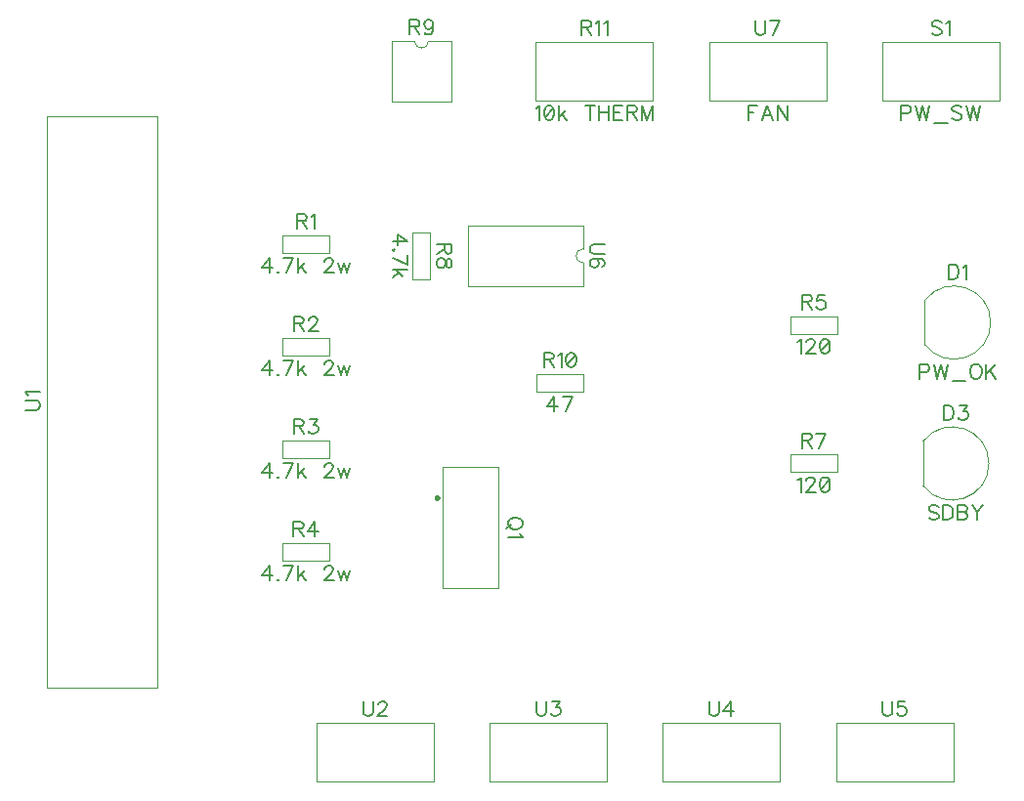
<source format=gbr>
G04 DipTrace 4.0.0.5*
G04 TopSilk.gbr*
%MOIN*%
G04 #@! TF.FileFunction,Legend,Top*
G04 #@! TF.Part,Single*
%ADD10C,0.004724*%
%ADD53C,0.00772*%
%FSLAX26Y26*%
G04*
G70*
G90*
G75*
G01*
G04 TopSilk*
%LPD*%
X3531253Y2028371D2*
D10*
Y2178248D1*
X3531478Y2028072D2*
G03X3531478Y2178547I99796J75238D01*
G01*
X3525261Y1547371D2*
Y1697248D1*
X3525486Y1547072D2*
G03X3525486Y1697547I99796J75238D01*
G01*
X2076318Y1611483D2*
X1886160D1*
Y1196916D1*
X2076318D1*
Y1611483D1*
G36*
X1869231Y1514042D2*
X1870516Y1513958D1*
X1871778Y1513707D1*
X1872998Y1513293D1*
X1874152Y1512723D1*
X1875223Y1512008D1*
X1876191Y1511159D1*
X1877040Y1510191D1*
X1877755Y1509121D1*
X1878324Y1507966D1*
X1878738Y1506747D1*
X1878989Y1505484D1*
X1879073Y1504199D1*
X1878989Y1502915D1*
X1878738Y1501652D1*
X1878324Y1500433D1*
X1877755Y1499278D1*
X1877040Y1498208D1*
X1876191Y1497240D1*
X1875223Y1496391D1*
X1874152Y1495676D1*
X1872998Y1495106D1*
X1871778Y1494692D1*
X1870516Y1494441D1*
X1869231Y1494357D1*
D1*
X1867946Y1494441D1*
X1866684Y1494692D1*
X1865464Y1495106D1*
X1864310Y1495676D1*
X1863239Y1496391D1*
X1862271Y1497240D1*
X1861422Y1498208D1*
X1860707Y1499278D1*
X1860138Y1500433D1*
X1859724Y1501652D1*
X1859473Y1502915D1*
X1859388Y1504199D1*
X1859473Y1505484D1*
X1859724Y1506747D1*
X1860138Y1507966D1*
X1860707Y1509121D1*
X1861422Y1510191D1*
X1862271Y1511159D1*
X1863239Y1512008D1*
X1864310Y1512723D1*
X1865464Y1513293D1*
X1866684Y1513707D1*
X1867946Y1513958D1*
X1869231Y1514042D1*
D1*
G37*
X1500680Y2340341D2*
D10*
Y2400341D1*
X1340381Y2340341D2*
X1500680D1*
X1340381D2*
Y2400341D1*
X1500680D1*
Y1990341D2*
Y2050341D1*
X1340381Y1990341D2*
X1500680D1*
X1340381D2*
Y2050341D1*
X1500680D1*
Y1640341D2*
Y1700341D1*
X1340381Y1640341D2*
X1500680D1*
X1340381D2*
Y1700341D1*
X1500680D1*
Y1290341D2*
Y1350341D1*
X1340381Y1290341D2*
X1500680D1*
X1340381D2*
Y1350341D1*
X1500680D1*
X3232963Y2064751D2*
Y2124751D1*
X3072664Y2064751D2*
X3232963D1*
X3072664D2*
Y2124751D1*
X3232963D1*
Y1592310D2*
Y1652310D1*
X3072664Y1592310D2*
X3232963D1*
X3072664D2*
Y1652310D1*
X3232963D1*
X1784231Y2250822D2*
X1844231D1*
X1784231Y2411121D2*
Y2250822D1*
Y2411121D2*
X1844231D1*
Y2250822D1*
X1711865Y3063255D2*
Y2858530D1*
X1916597D1*
Y3063255D1*
X1837857D1*
X1790605D2*
X1711865D1*
X1790605D2*
G03X1837857Y3063255I23626J1D01*
G01*
X2366822Y1867900D2*
Y1927900D1*
X2206522Y1867900D2*
X2366822D1*
X2206522D2*
Y1927900D1*
X2366822D1*
X2204782Y2860892D2*
Y3060892D1*
X2604782D1*
Y2860892D1*
X2204782D1*
X3385885D2*
Y3060892D1*
X3785885D1*
Y2860892D1*
X3385885D1*
X536869Y858558D2*
Y2808608D1*
X911853Y858558D2*
Y2808608D1*
X536869Y858558D2*
X911853D1*
X536869Y2808608D2*
X911853D1*
X1456751Y538058D2*
Y738058D1*
X1856751D1*
Y538058D1*
X1456751D1*
X2047302D2*
Y738058D1*
X2447302D1*
Y538058D1*
X2047302D1*
X2637853D2*
Y738058D1*
X3037853D1*
Y538058D1*
X2637853D1*
X3228404D2*
Y738058D1*
X3628404D1*
Y538058D1*
X3228404D1*
X2365412Y2228605D2*
X1971711D1*
Y2433337D2*
Y2228605D1*
X2365412Y2433337D2*
X1971711D1*
X2365412D2*
Y2354597D1*
Y2228605D2*
Y2307345D1*
Y2354597D2*
G03X2365412Y2307345I4J-23626D01*
G01*
X2795333Y2860892D2*
Y3060892D1*
X3195333D1*
Y2860892D1*
X2795333D1*
X3613290Y2301512D2*
D53*
Y2251272D1*
X3630037D1*
X3637222Y2253704D1*
X3642030Y2258457D1*
X3644407Y2263265D1*
X3646784Y2270395D1*
Y2282389D1*
X3644407Y2289574D1*
X3642030Y2294327D1*
X3637222Y2299135D1*
X3630037Y2301512D1*
X3613290D1*
X3662223Y2291895D2*
X3667031Y2294327D1*
X3674216Y2301457D1*
Y2251272D1*
X3513611Y1935064D2*
X3535166D1*
X3542296Y1937440D1*
X3544727Y1939872D1*
X3547104Y1944625D1*
Y1951810D1*
X3544727Y1956564D1*
X3542296Y1958995D1*
X3535166Y1961372D1*
X3513611D1*
Y1911132D1*
X3562543Y1961372D2*
X3574537Y1911132D1*
X3586475Y1961372D1*
X3598413Y1911132D1*
X3610407Y1961372D1*
X3625846Y1902842D2*
X3671278D1*
X3701087Y1961372D2*
X3696278Y1958995D1*
X3691525Y1954187D1*
X3689093Y1949434D1*
X3686717Y1942249D1*
Y1930255D1*
X3689093Y1923126D1*
X3691525Y1918317D1*
X3696278Y1913564D1*
X3701087Y1911132D1*
X3710648D1*
X3715402Y1913564D1*
X3720210Y1918317D1*
X3722587Y1923126D1*
X3724963Y1930255D1*
Y1942249D1*
X3722587Y1949434D1*
X3720210Y1954187D1*
X3715402Y1958995D1*
X3710648Y1961372D1*
X3701087D1*
X3740403D2*
Y1911132D1*
X3773896Y1961372D2*
X3740403Y1927879D1*
X3752341Y1939872D2*
X3773896Y1911132D1*
X3596548Y1820512D2*
Y1770272D1*
X3613295D1*
X3620480Y1772704D1*
X3625288Y1777457D1*
X3627665Y1782265D1*
X3630042Y1789395D1*
Y1801389D1*
X3627665Y1808574D1*
X3625288Y1813327D1*
X3620480Y1818135D1*
X3613295Y1820512D1*
X3596548D1*
X3650289Y1820457D2*
X3676542D1*
X3662227Y1801333D1*
X3669412D1*
X3674166Y1798957D1*
X3676542Y1796580D1*
X3678974Y1789395D1*
Y1784642D1*
X3676542Y1777457D1*
X3671789Y1772648D1*
X3664604Y1770272D1*
X3657419D1*
X3650289Y1772648D1*
X3647913Y1775080D1*
X3645481Y1779833D1*
X3578732Y1473187D2*
X3573979Y1477995D1*
X3566794Y1480372D1*
X3557233D1*
X3550047Y1477995D1*
X3545239Y1473187D1*
Y1468434D1*
X3547671Y1463625D1*
X3550047Y1461249D1*
X3554801Y1458872D1*
X3569171Y1454064D1*
X3573979Y1451687D1*
X3576356Y1449255D1*
X3578732Y1444502D1*
Y1437317D1*
X3573979Y1432564D1*
X3566794Y1430132D1*
X3557233D1*
X3550047Y1432564D1*
X3545239Y1437317D1*
X3594172Y1480372D2*
Y1430132D1*
X3610918D1*
X3618103Y1432564D1*
X3622912Y1437317D1*
X3625288Y1442126D1*
X3627665Y1449255D1*
Y1461249D1*
X3625288Y1468434D1*
X3622912Y1473187D1*
X3618103Y1477995D1*
X3610918Y1480372D1*
X3594172D1*
X3643104D2*
Y1430132D1*
X3664659D1*
X3671844Y1432564D1*
X3674221Y1434940D1*
X3676598Y1439694D1*
Y1446879D1*
X3674221Y1451687D1*
X3671844Y1454064D1*
X3664659Y1456440D1*
X3671844Y1458872D1*
X3674221Y1461249D1*
X3676598Y1466002D1*
Y1470810D1*
X3674221Y1475564D1*
X3671844Y1477995D1*
X3664659Y1480372D1*
X3643104D1*
Y1456440D2*
X3664659D1*
X3692037Y1480372D2*
X3711160Y1456440D1*
Y1430132D1*
X3730283Y1480372D2*
X3711160Y1456440D1*
X2159580Y1422697D2*
X2157259Y1427450D1*
X2152450Y1432258D1*
X2147642Y1434635D1*
X2140457Y1437067D1*
X2128519D1*
X2121334Y1434635D1*
X2116580Y1432258D1*
X2111772Y1427450D1*
X2109395Y1422697D1*
Y1413135D1*
X2111772Y1408327D1*
X2116580Y1403573D1*
X2121334Y1401197D1*
X2128519Y1398765D1*
X2140457D1*
X2147642Y1401197D1*
X2152450Y1403573D1*
X2157259Y1408327D1*
X2159580Y1413135D1*
Y1422697D1*
X2118957Y1415512D2*
X2104587Y1401197D1*
X2149963Y1383326D2*
X2152395Y1378517D1*
X2159525Y1371332D1*
X2109340D1*
X1390067Y2449633D2*
X1411567D1*
X1418752Y2452064D1*
X1421184Y2454441D1*
X1423560Y2459194D1*
Y2464003D1*
X1421184Y2468756D1*
X1418752Y2471188D1*
X1411567Y2473564D1*
X1390067D1*
Y2423324D1*
X1406814Y2449633D2*
X1423560Y2423324D1*
X1439000Y2463947D2*
X1443808Y2466379D1*
X1450993Y2473509D1*
Y2423324D1*
X1295453Y2273143D2*
Y2323327D1*
X1271522Y2289889D1*
X1307392D1*
X1325207Y2277951D2*
X1322831Y2275519D1*
X1325207Y2273143D1*
X1327639Y2275519D1*
X1325207Y2277951D1*
X1352640Y2273143D2*
X1376572Y2323327D1*
X1343079D1*
X1392011Y2323383D2*
Y2273143D1*
X1415943Y2306636D2*
X1392011Y2282704D1*
X1401573Y2292266D2*
X1418319Y2273143D1*
X1484791Y2311389D2*
Y2313766D1*
X1487168Y2318574D1*
X1489545Y2320951D1*
X1494353Y2323327D1*
X1503915D1*
X1508668Y2320951D1*
X1511045Y2318574D1*
X1513476Y2313766D1*
Y2309012D1*
X1511045Y2304204D1*
X1506291Y2297074D1*
X1482360Y2273143D1*
X1515853D1*
X1531292Y2306636D2*
X1540854Y2273143D1*
X1550415Y2306636D1*
X1559977Y2273143D1*
X1569539Y2306636D1*
X1379317Y2099633D2*
X1400817D1*
X1408002Y2102064D1*
X1410434Y2104441D1*
X1412811Y2109194D1*
Y2114003D1*
X1410434Y2118756D1*
X1408002Y2121188D1*
X1400817Y2123564D1*
X1379317D1*
Y2073324D1*
X1396064Y2099633D2*
X1412811Y2073324D1*
X1430682Y2111571D2*
Y2113947D1*
X1433058Y2118756D1*
X1435435Y2121132D1*
X1440243Y2123509D1*
X1449805D1*
X1454558Y2121132D1*
X1456935Y2118756D1*
X1459367Y2113947D1*
Y2109194D1*
X1456935Y2104386D1*
X1452182Y2097256D1*
X1428250Y2073324D1*
X1461743D1*
X1295453Y1923143D2*
Y1973327D1*
X1271522Y1939889D1*
X1307392D1*
X1325207Y1927951D2*
X1322831Y1925519D1*
X1325207Y1923143D1*
X1327639Y1925519D1*
X1325207Y1927951D1*
X1352640Y1923143D2*
X1376572Y1973327D1*
X1343079D1*
X1392011Y1973383D2*
Y1923143D1*
X1415943Y1956636D2*
X1392011Y1932704D1*
X1401573Y1942266D2*
X1418319Y1923143D1*
X1484791Y1961389D2*
Y1963766D1*
X1487168Y1968574D1*
X1489545Y1970951D1*
X1494353Y1973327D1*
X1503915D1*
X1508668Y1970951D1*
X1511045Y1968574D1*
X1513476Y1963766D1*
Y1959012D1*
X1511045Y1954204D1*
X1506291Y1947074D1*
X1482360Y1923143D1*
X1515853D1*
X1531292Y1956636D2*
X1540854Y1923143D1*
X1550415Y1956636D1*
X1559977Y1923143D1*
X1569539Y1956636D1*
X1379317Y1749633D2*
X1400817D1*
X1408002Y1752064D1*
X1410434Y1754441D1*
X1412811Y1759194D1*
Y1764003D1*
X1410434Y1768756D1*
X1408002Y1771188D1*
X1400817Y1773564D1*
X1379317D1*
Y1723324D1*
X1396064Y1749633D2*
X1412811Y1723324D1*
X1433058Y1773509D2*
X1459311D1*
X1444996Y1754386D1*
X1452182D1*
X1456935Y1752009D1*
X1459311Y1749633D1*
X1461743Y1742448D1*
Y1737694D1*
X1459311Y1730509D1*
X1454558Y1725701D1*
X1447373Y1723324D1*
X1440188D1*
X1433058Y1725701D1*
X1430682Y1728133D1*
X1428250Y1732886D1*
X1295453Y1573143D2*
Y1623327D1*
X1271522Y1589889D1*
X1307392D1*
X1325207Y1577951D2*
X1322831Y1575519D1*
X1325207Y1573143D1*
X1327639Y1575519D1*
X1325207Y1577951D1*
X1352640Y1573143D2*
X1376572Y1623327D1*
X1343079D1*
X1392011Y1623383D2*
Y1573143D1*
X1415943Y1606636D2*
X1392011Y1582704D1*
X1401573Y1592266D2*
X1418319Y1573143D1*
X1484791Y1611389D2*
Y1613766D1*
X1487168Y1618574D1*
X1489545Y1620951D1*
X1494353Y1623327D1*
X1503915D1*
X1508668Y1620951D1*
X1511045Y1618574D1*
X1513476Y1613766D1*
Y1609012D1*
X1511045Y1604204D1*
X1506291Y1597074D1*
X1482360Y1573143D1*
X1515853D1*
X1531292Y1606636D2*
X1540854Y1573143D1*
X1550415Y1606636D1*
X1559977Y1573143D1*
X1569539Y1606636D1*
X1378129Y1399633D2*
X1399629D1*
X1406814Y1402064D1*
X1409246Y1404441D1*
X1411622Y1409194D1*
Y1414003D1*
X1409246Y1418756D1*
X1406814Y1421188D1*
X1399629Y1423564D1*
X1378129D1*
Y1373324D1*
X1394876Y1399633D2*
X1411622Y1373324D1*
X1450993D2*
Y1423509D1*
X1427062Y1390071D1*
X1462931D1*
X1295453Y1223143D2*
Y1273327D1*
X1271522Y1239889D1*
X1307392D1*
X1325207Y1227951D2*
X1322831Y1225519D1*
X1325207Y1223143D1*
X1327639Y1225519D1*
X1325207Y1227951D1*
X1352640Y1223143D2*
X1376572Y1273327D1*
X1343079D1*
X1392011Y1273383D2*
Y1223143D1*
X1415943Y1256636D2*
X1392011Y1232704D1*
X1401573Y1242266D2*
X1418319Y1223143D1*
X1484791Y1261389D2*
Y1263766D1*
X1487168Y1268574D1*
X1489545Y1270951D1*
X1494353Y1273327D1*
X1503915D1*
X1508668Y1270951D1*
X1511045Y1268574D1*
X1513476Y1263766D1*
Y1259012D1*
X1511045Y1254204D1*
X1506291Y1247074D1*
X1482360Y1223143D1*
X1515853D1*
X1531292Y1256636D2*
X1540854Y1223143D1*
X1550415Y1256636D1*
X1559977Y1223143D1*
X1569539Y1256636D1*
X3111601Y2174042D2*
X3133101D1*
X3140286Y2176474D1*
X3142717Y2178850D1*
X3145094Y2183604D1*
Y2188412D1*
X3142717Y2193165D1*
X3140286Y2195597D1*
X3133101Y2197974D1*
X3111601D1*
Y2147734D1*
X3128347Y2174042D2*
X3145094Y2147734D1*
X3189218Y2197918D2*
X3165342D1*
X3162965Y2176419D1*
X3165342Y2178795D1*
X3172527Y2181227D1*
X3179657D1*
X3186842Y2178795D1*
X3191650Y2174042D1*
X3194027Y2166857D1*
Y2162104D1*
X3191650Y2154919D1*
X3186842Y2150110D1*
X3179657Y2147734D1*
X3172527D1*
X3165342Y2150110D1*
X3162965Y2152542D1*
X3160533Y2157295D1*
X3097884Y2038175D2*
X3102693Y2040607D1*
X3109878Y2047737D1*
Y1997552D1*
X3127749Y2035798D2*
Y2038175D1*
X3130126Y2042984D1*
X3132502Y2045360D1*
X3137311Y2047737D1*
X3146872D1*
X3151625Y2045360D1*
X3154002Y2042984D1*
X3156434Y2038175D1*
Y2033422D1*
X3154002Y2028613D1*
X3149249Y2021484D1*
X3125317Y1997552D1*
X3158810D1*
X3188620Y2047737D2*
X3181435Y2045360D1*
X3176626Y2038175D1*
X3174250Y2026237D1*
Y2019052D1*
X3176626Y2007114D1*
X3181435Y1999929D1*
X3188620Y1997552D1*
X3193373D1*
X3200558Y1999929D1*
X3205311Y2007114D1*
X3207743Y2019052D1*
Y2026237D1*
X3205311Y2038175D1*
X3200558Y2045360D1*
X3193373Y2047737D1*
X3188620D1*
X3205311Y2038175D2*
X3176626Y2007114D1*
X3111601Y1701601D2*
X3133101D1*
X3140286Y1704033D1*
X3142717Y1706410D1*
X3145094Y1711163D1*
Y1715971D1*
X3142717Y1720724D1*
X3140286Y1723156D1*
X3133101Y1725533D1*
X3111601D1*
Y1675293D1*
X3128347Y1701601D2*
X3145094Y1675293D1*
X3170095D2*
X3194027Y1725478D1*
X3160533D1*
X3097884Y1565734D2*
X3102693Y1568166D1*
X3109878Y1575296D1*
Y1525111D1*
X3127749Y1563358D2*
Y1565734D1*
X3130126Y1570543D1*
X3132502Y1572919D1*
X3137311Y1575296D1*
X3146872D1*
X3151625Y1572919D1*
X3154002Y1570543D1*
X3156434Y1565734D1*
Y1560981D1*
X3154002Y1556172D1*
X3149249Y1549043D1*
X3125317Y1525111D1*
X3158810D1*
X3188620Y1575296D2*
X3181435Y1572919D1*
X3176626Y1565734D1*
X3174250Y1553796D1*
Y1546611D1*
X3176626Y1534673D1*
X3181435Y1527488D1*
X3188620Y1525111D1*
X3193373D1*
X3200558Y1527488D1*
X3205311Y1534673D1*
X3207743Y1546611D1*
Y1553796D1*
X3205311Y1565734D1*
X3200558Y1572919D1*
X3193373Y1575296D1*
X3188620D1*
X3205311Y1565734D2*
X3176626Y1534673D1*
X1893522Y2372156D2*
Y2350657D1*
X1895954Y2343472D1*
X1898331Y2341040D1*
X1903084Y2338663D1*
X1907892D1*
X1912646Y2341040D1*
X1915077Y2343472D1*
X1917454Y2350657D1*
Y2372156D1*
X1867214D1*
X1893522Y2355410D2*
X1867214Y2338663D1*
X1917399Y2311286D2*
X1915022Y2318415D1*
X1910269Y2320847D1*
X1905461D1*
X1900707Y2318415D1*
X1898276Y2313662D1*
X1895899Y2304101D1*
X1893522Y2296916D1*
X1888714Y2292162D1*
X1883961Y2289786D1*
X1876776D1*
X1872022Y2292162D1*
X1869591Y2294539D1*
X1867214Y2301724D1*
Y2311286D1*
X1869591Y2318415D1*
X1872022Y2320847D1*
X1876776Y2323224D1*
X1883961D1*
X1888714Y2320847D1*
X1893522Y2316039D1*
X1895899Y2308909D1*
X1898276Y2299347D1*
X1900707Y2294539D1*
X1905461Y2292162D1*
X1910269D1*
X1915022Y2294539D1*
X1917399Y2301724D1*
Y2311286D1*
X1717032Y2380438D2*
X1767217D1*
X1733779Y2404370D1*
Y2368500D1*
X1721841Y2350684D2*
X1719409Y2353061D1*
X1717032Y2350684D1*
X1719409Y2348252D1*
X1721841Y2350684D1*
X1717032Y2323252D2*
X1767217Y2299320D1*
Y2332813D1*
X1767272Y2283881D2*
X1717032D1*
X1750526Y2259949D2*
X1726594Y2283881D1*
X1736156Y2274319D2*
X1717032Y2257572D1*
X1774206Y3112546D2*
X1795706D1*
X1802891Y3114978D1*
X1805323Y3117354D1*
X1807700Y3122108D1*
Y3126916D1*
X1805323Y3131669D1*
X1802891Y3134101D1*
X1795706Y3136478D1*
X1774206D1*
Y3086238D1*
X1790953Y3112546D2*
X1807700Y3086238D1*
X1854256Y3119731D2*
X1851824Y3112546D1*
X1847071Y3107738D1*
X1839886Y3105361D1*
X1837509D1*
X1830324Y3107738D1*
X1825571Y3112546D1*
X1823139Y3119731D1*
Y3122108D1*
X1825571Y3129293D1*
X1830324Y3134046D1*
X1837509Y3136422D1*
X1839886D1*
X1847071Y3134046D1*
X1851824Y3129293D1*
X1854256Y3119731D1*
Y3107738D1*
X1851824Y3095799D1*
X1847071Y3088614D1*
X1839886Y3086238D1*
X1835132D1*
X1827947Y3088614D1*
X1825571Y3093423D1*
X2231743Y1977192D2*
X2253242D1*
X2260427Y1979623D1*
X2262859Y1982000D1*
X2265236Y1986753D1*
Y1991562D1*
X2262859Y1996315D1*
X2260427Y1998747D1*
X2253242Y2001123D1*
X2231743D1*
Y1950883D1*
X2248489Y1977192D2*
X2265236Y1950883D1*
X2280675Y1991506D2*
X2285484Y1993938D1*
X2292669Y2001068D1*
Y1950883D1*
X2322478Y2001068D2*
X2315293Y1998691D1*
X2310484Y1991506D1*
X2308108Y1979568D1*
Y1972383D1*
X2310484Y1960445D1*
X2315293Y1953260D1*
X2322478Y1950883D1*
X2327231D1*
X2334416Y1953260D1*
X2339169Y1960445D1*
X2341601Y1972383D1*
Y1979568D1*
X2339169Y1991506D1*
X2334416Y1998691D1*
X2327231Y2001068D1*
X2322478D1*
X2339169Y1991506D2*
X2310484Y1960445D1*
X2268202Y1800702D2*
Y1850886D1*
X2244271Y1817448D1*
X2280141D1*
X2305141Y1800702D2*
X2329073Y1850886D1*
X2295580D1*
X2360603Y3110184D2*
X2382103D1*
X2389288Y3112616D1*
X2391719Y3114992D1*
X2394096Y3119745D1*
Y3124554D1*
X2391719Y3129307D1*
X2389288Y3131739D1*
X2382103Y3134115D1*
X2360603D1*
Y3083875D1*
X2377349Y3110184D2*
X2394096Y3083875D1*
X2409535Y3124499D2*
X2414344Y3126930D1*
X2421529Y3134060D1*
Y3083875D1*
X2436968Y3124499D2*
X2441777Y3126930D1*
X2448962Y3134060D1*
Y3083875D1*
X2205653Y2834317D2*
X2210461Y2836749D1*
X2217646Y2843878D1*
Y2793694D1*
X2247456Y2843878D2*
X2240271Y2841502D1*
X2235462Y2834317D1*
X2233085Y2822379D1*
Y2815194D1*
X2235462Y2803255D1*
X2240271Y2796070D1*
X2247456Y2793694D1*
X2252209D1*
X2259394Y2796070D1*
X2264147Y2803255D1*
X2266579Y2815194D1*
Y2822379D1*
X2264147Y2834317D1*
X2259394Y2841502D1*
X2252209Y2843878D1*
X2247456D1*
X2264147Y2834317D2*
X2235462Y2803255D1*
X2282018Y2843934D2*
Y2793694D1*
X2305950Y2827187D2*
X2282018Y2803255D1*
X2291580Y2812817D2*
X2308326Y2793694D1*
X2389113Y2843934D2*
Y2793694D1*
X2372367Y2843934D2*
X2405860D1*
X2421299D2*
Y2793694D1*
X2454792Y2843934D2*
Y2793694D1*
X2421299Y2820002D2*
X2454792D1*
X2501293Y2843934D2*
X2470232D1*
Y2793694D1*
X2501293D1*
X2470232Y2820002D2*
X2489355D1*
X2516732D2*
X2538232D1*
X2545417Y2822434D1*
X2547849Y2824810D1*
X2550226Y2829564D1*
Y2834372D1*
X2547849Y2839125D1*
X2545417Y2841557D1*
X2538232Y2843934D1*
X2516732D1*
Y2793694D1*
X2533479Y2820002D2*
X2550226Y2793694D1*
X2603912D2*
Y2843934D1*
X2584788Y2793694D1*
X2565665Y2843934D1*
Y2793694D1*
X3588915Y3126930D2*
X3584162Y3131739D1*
X3576977Y3134115D1*
X3567415D1*
X3560230Y3131739D1*
X3555421Y3126930D1*
Y3122177D1*
X3557853Y3117369D1*
X3560230Y3114992D1*
X3564983Y3112616D1*
X3579353Y3107807D1*
X3584162Y3105431D1*
X3586538Y3102999D1*
X3588915Y3098246D1*
Y3091060D1*
X3584162Y3086307D1*
X3576977Y3083875D1*
X3567415D1*
X3560230Y3086307D1*
X3555421Y3091060D1*
X3604354Y3124499D2*
X3609163Y3126930D1*
X3616348Y3134060D1*
Y3083875D1*
X3450933Y2817625D2*
X3472489D1*
X3479618Y2820002D1*
X3482050Y2822434D1*
X3484427Y2827187D1*
Y2834372D1*
X3482050Y2839125D1*
X3479618Y2841557D1*
X3472489Y2843934D1*
X3450933D1*
Y2793694D1*
X3499866Y2843934D2*
X3511860Y2793694D1*
X3523798Y2843934D1*
X3535736Y2793694D1*
X3547729Y2843934D1*
X3563169Y2785403D2*
X3608600D1*
X3657533Y2836749D2*
X3652780Y2841557D1*
X3645595Y2843934D1*
X3636033D1*
X3628848Y2841557D1*
X3624040Y2836749D1*
Y2831995D1*
X3626471Y2827187D1*
X3628848Y2824810D1*
X3633601Y2822434D1*
X3647971Y2817625D1*
X3652780Y2815249D1*
X3655156Y2812817D1*
X3657533Y2808064D1*
Y2800879D1*
X3652780Y2796126D1*
X3645595Y2793694D1*
X3636033D1*
X3628848Y2796126D1*
X3624040Y2800879D1*
X3672972Y2843934D2*
X3684966Y2793694D1*
X3696904Y2843934D1*
X3708842Y2793694D1*
X3720836Y2843934D1*
X463646Y1804671D2*
X499516D1*
X506701Y1807047D1*
X511454Y1811856D1*
X513886Y1819041D1*
Y1823794D1*
X511454Y1830979D1*
X506701Y1835788D1*
X499516Y1838164D1*
X463646D1*
X473263Y1853603D2*
X470831Y1858412D1*
X463701Y1865597D1*
X513886D1*
X1615538Y811281D2*
Y775411D1*
X1617914Y768226D1*
X1622723Y763473D1*
X1629908Y761041D1*
X1634661D1*
X1641846Y763473D1*
X1646654Y768226D1*
X1649031Y775411D1*
Y811281D1*
X1666902Y799287D2*
Y801664D1*
X1669279Y806472D1*
X1671655Y808849D1*
X1676464Y811226D1*
X1686025D1*
X1690779Y808849D1*
X1693155Y806472D1*
X1695587Y801664D1*
Y796911D1*
X1693155Y792102D1*
X1688402Y784973D1*
X1664470Y761041D1*
X1697964D1*
X2206089Y811281D2*
Y775411D1*
X2208465Y768226D1*
X2213274Y763473D1*
X2220459Y761041D1*
X2225212D1*
X2232397Y763473D1*
X2237206Y768226D1*
X2239582Y775411D1*
Y811281D1*
X2259830Y811226D2*
X2286083D1*
X2271768Y792102D1*
X2278953D1*
X2283706Y789726D1*
X2286083Y787349D1*
X2288515Y780164D1*
Y775411D1*
X2286083Y768226D1*
X2281330Y763417D1*
X2274145Y761041D1*
X2266960D1*
X2259830Y763417D1*
X2257453Y765849D1*
X2255021Y770602D1*
X2795452Y811281D2*
Y775411D1*
X2797828Y768226D1*
X2802637Y763473D1*
X2809822Y761041D1*
X2814575D1*
X2821760Y763473D1*
X2826569Y768226D1*
X2828945Y775411D1*
Y811281D1*
X2868316Y761041D2*
Y811226D1*
X2844384Y777787D1*
X2880254D1*
X3387191Y811281D2*
Y775411D1*
X3389568Y768226D1*
X3394376Y763473D1*
X3401561Y761041D1*
X3406314D1*
X3413500Y763473D1*
X3418308Y768226D1*
X3420685Y775411D1*
Y811281D1*
X3464809Y811226D2*
X3440932D1*
X3438556Y789726D1*
X3440932Y792102D1*
X3448117Y794534D1*
X3455247D1*
X3462432Y792102D1*
X3467241Y787349D1*
X3469617Y780164D1*
Y775411D1*
X3467241Y768226D1*
X3462432Y763417D1*
X3455247Y761041D1*
X3448117D1*
X3440932Y763417D1*
X3438556Y765849D1*
X3436124Y770602D1*
X2438635Y2370968D2*
X2402765D1*
X2395580Y2368592D1*
X2390827Y2363783D1*
X2388395Y2356598D1*
Y2351845D1*
X2390827Y2344660D1*
X2395580Y2339851D1*
X2402765Y2337475D1*
X2438635D1*
X2431450Y2293351D2*
X2436203Y2295727D1*
X2438580Y2302912D1*
Y2307665D1*
X2436203Y2314851D1*
X2429018Y2319659D1*
X2417080Y2322036D1*
X2405142D1*
X2395580Y2319659D1*
X2390772Y2314851D1*
X2388395Y2307665D1*
Y2305289D1*
X2390772Y2298159D1*
X2395580Y2293351D1*
X2402765Y2290974D1*
X2405142D1*
X2412327Y2293351D1*
X2417080Y2298159D1*
X2419457Y2305289D1*
Y2307665D1*
X2417080Y2314851D1*
X2412327Y2319659D1*
X2405142Y2322036D1*
X2954120Y3134115D2*
Y3098246D1*
X2956497Y3091060D1*
X2961305Y3086307D1*
X2968490Y3083875D1*
X2973244D1*
X2980429Y3086307D1*
X2985237Y3091060D1*
X2987614Y3098246D1*
Y3134115D1*
X3012615Y3083875D2*
X3036546Y3134060D1*
X3003053D1*
X2959555Y2843934D2*
X2928438D1*
Y2793694D1*
Y2820002D2*
X2947561D1*
X3013296Y2793694D2*
X2994117Y2843934D1*
X2974994Y2793694D1*
X2982179Y2810440D2*
X3006111D1*
X3062229Y2843934D2*
Y2793694D1*
X3028735Y2843934D1*
Y2793694D1*
M02*

</source>
